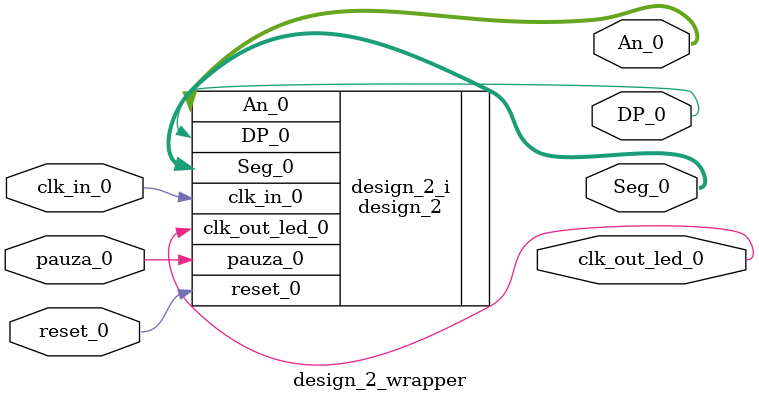
<source format=v>
`timescale 1 ps / 1 ps

module design_2_wrapper
   (An_0,
    DP_0,
    Seg_0,
    clk_in_0,
    clk_out_led_0,
    pauza_0,
    reset_0);
  output [7:0]An_0;
  output DP_0;
  output [6:0]Seg_0;
  input clk_in_0;
  output clk_out_led_0;
  input pauza_0;
  input reset_0;

  wire [7:0]An_0;
  wire DP_0;
  wire [6:0]Seg_0;
  wire clk_in_0;
  wire clk_out_led_0;
  wire pauza_0;
  wire reset_0;

  design_2 design_2_i
       (.An_0(An_0),
        .DP_0(DP_0),
        .Seg_0(Seg_0),
        .clk_in_0(clk_in_0),
        .clk_out_led_0(clk_out_led_0),
        .pauza_0(pauza_0),
        .reset_0(reset_0));
endmodule

</source>
